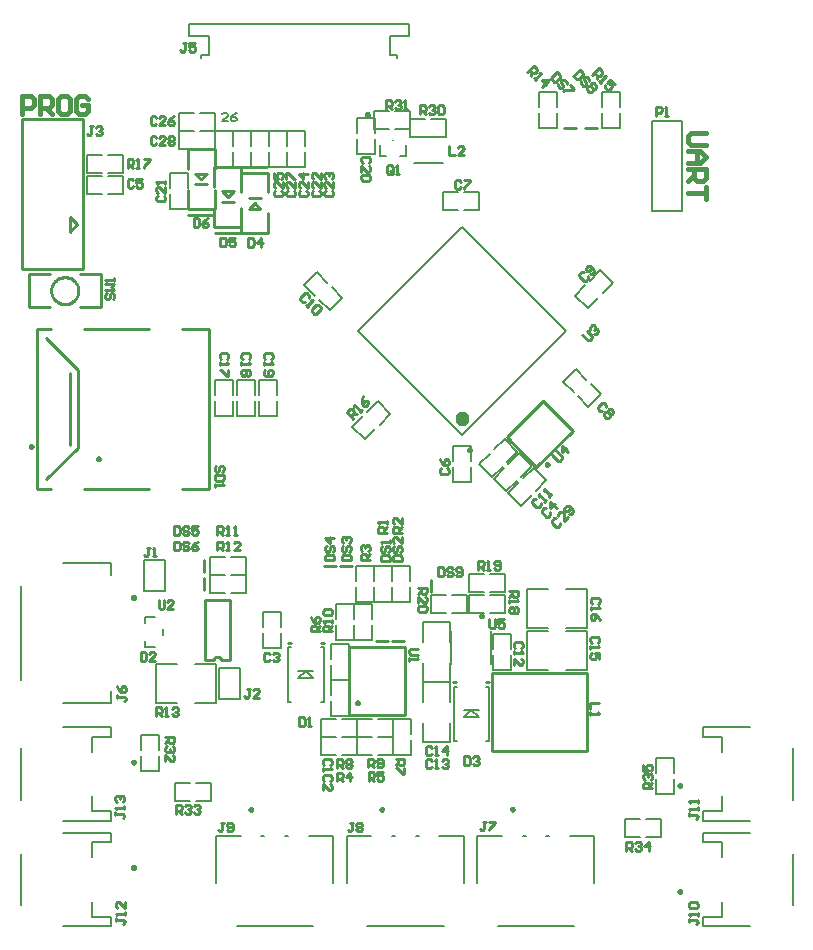
<source format=gto>
%FSTAX23Y23*%
%MOIN*%
%SFA1B1*%

%IPPOS*%
%ADD10C,0.009843*%
%ADD11C,0.023622*%
%ADD12C,0.010000*%
%ADD13C,0.007874*%
%ADD14C,0.008000*%
%ADD15C,0.015000*%
%ADD16C,0.005000*%
%LNstrwl-p01-v01-1*%
%LPD*%
G54D10*
X0173Y01785D02*
D01*
X0173Y01785*
X0173Y01785*
X0173Y01786*
X0173Y01786*
X0173Y01786*
X0173Y01787*
X0173Y01787*
X01729Y01787*
X01729Y01788*
X01729Y01788*
X01729Y01788*
X01728Y01788*
X01728Y01789*
X01728Y01789*
X01728Y01789*
X01727Y01789*
X01727Y01789*
X01727Y01789*
X01726Y0179*
X01726Y0179*
X01726Y0179*
X01725Y0179*
X01725*
X01725Y0179*
X01724Y0179*
X01724Y0179*
X01724Y01789*
X01723Y01789*
X01723Y01789*
X01723Y01789*
X01722Y01789*
X01722Y01789*
X01722Y01788*
X01722Y01788*
X01721Y01788*
X01721Y01788*
X01721Y01787*
X01721Y01787*
X01721Y01787*
X01721Y01786*
X0172Y01786*
X0172Y01786*
X0172Y01785*
X0172Y01785*
X0172Y01785*
X0172Y01784*
X0172Y01784*
X0172Y01784*
X0172Y01783*
X01721Y01783*
X01721Y01783*
X01721Y01782*
X01721Y01782*
X01721Y01782*
X01721Y01782*
X01722Y01781*
X01722Y01781*
X01722Y01781*
X01722Y01781*
X01723Y01781*
X01723Y0178*
X01723Y0178*
X01724Y0178*
X01724Y0178*
X01724Y0178*
X01725Y0178*
X01725Y0178*
X01725*
X01726Y0178*
X01726Y0178*
X01726Y0178*
X01727Y0178*
X01727Y0178*
X01727Y0178*
X01728Y01781*
X01728Y01781*
X01728Y01781*
X01728Y01781*
X01729Y01781*
X01729Y01782*
X01729Y01782*
X01729Y01782*
X0173Y01782*
X0173Y01783*
X0173Y01783*
X0173Y01783*
X0173Y01784*
X0173Y01784*
X0173Y01784*
X0173Y01785*
X00611Y00392D02*
D01*
X00611Y00392*
X00611Y00393*
X00611Y00393*
X00611Y00393*
X00611Y00394*
X00611Y00394*
X00611Y00394*
X00611Y00394*
X0061Y00395*
X0061Y00395*
X0061Y00395*
X0061Y00396*
X00609Y00396*
X00609Y00396*
X00609Y00396*
X00609Y00396*
X00608Y00396*
X00608Y00397*
X00608Y00397*
X00607Y00397*
X00607Y00397*
X00607Y00397*
X00606*
X00606Y00397*
X00606Y00397*
X00605Y00397*
X00605Y00397*
X00605Y00396*
X00604Y00396*
X00604Y00396*
X00604Y00396*
X00603Y00396*
X00603Y00396*
X00603Y00395*
X00603Y00395*
X00602Y00395*
X00602Y00394*
X00602Y00394*
X00602Y00394*
X00602Y00394*
X00602Y00393*
X00602Y00393*
X00602Y00393*
X00602Y00392*
X00602Y00392*
X00602Y00392*
X00602Y00391*
X00602Y00391*
X00602Y0039*
X00602Y0039*
X00602Y0039*
X00602Y0039*
X00602Y00389*
X00602Y00389*
X00603Y00389*
X00603Y00388*
X00603Y00388*
X00603Y00388*
X00604Y00388*
X00604Y00388*
X00604Y00387*
X00605Y00387*
X00605Y00387*
X00605Y00387*
X00606Y00387*
X00606Y00387*
X00606Y00387*
X00607*
X00607Y00387*
X00607Y00387*
X00608Y00387*
X00608Y00387*
X00608Y00387*
X00609Y00387*
X00609Y00388*
X00609Y00388*
X00609Y00388*
X0061Y00388*
X0061Y00388*
X0061Y00389*
X0061Y00389*
X00611Y00389*
X00611Y0039*
X00611Y0039*
X00611Y0039*
X00611Y0039*
X00611Y00391*
X00611Y00391*
X00611Y00392*
X00611Y00392*
X01773Y01231D02*
D01*
X01773Y01231*
X01773Y01232*
X01773Y01232*
X01773Y01232*
X01773Y01233*
X01772Y01233*
X01772Y01233*
X01772Y01233*
X01772Y01234*
X01772Y01234*
X01772Y01234*
X01771Y01234*
X01771Y01235*
X01771Y01235*
X0177Y01235*
X0177Y01235*
X0177Y01235*
X01769Y01236*
X01769Y01236*
X01769Y01236*
X01768Y01236*
X01768Y01236*
X01768*
X01767Y01236*
X01767Y01236*
X01767Y01236*
X01766Y01236*
X01766Y01235*
X01766Y01235*
X01766Y01235*
X01765Y01235*
X01765Y01235*
X01765Y01234*
X01764Y01234*
X01764Y01234*
X01764Y01234*
X01764Y01233*
X01764Y01233*
X01763Y01233*
X01763Y01233*
X01763Y01232*
X01763Y01232*
X01763Y01232*
X01763Y01231*
X01763Y01231*
X01763Y0123*
X01763Y0123*
X01763Y0123*
X01763Y01229*
X01763Y01229*
X01763Y01229*
X01764Y01229*
X01764Y01228*
X01764Y01228*
X01764Y01228*
X01764Y01227*
X01765Y01227*
X01765Y01227*
X01765Y01227*
X01766Y01227*
X01766Y01226*
X01766Y01226*
X01766Y01226*
X01767Y01226*
X01767Y01226*
X01767Y01226*
X01768Y01226*
X01768*
X01768Y01226*
X01769Y01226*
X01769Y01226*
X01769Y01226*
X0177Y01226*
X0177Y01226*
X0177Y01227*
X01771Y01227*
X01771Y01227*
X01771Y01227*
X01772Y01227*
X01772Y01228*
X01772Y01228*
X01772Y01228*
X01772Y01229*
X01772Y01229*
X01773Y01229*
X01773Y01229*
X01773Y0123*
X01773Y0123*
X01773Y0123*
X01773Y01231*
X02433Y00665D02*
D01*
X02433Y00665*
X02433Y00666*
X02433Y00666*
X02433Y00666*
X02433Y00667*
X02433Y00667*
X02432Y00667*
X02432Y00668*
X02432Y00668*
X02432Y00668*
X02432Y00669*
X02431Y00669*
X02431Y00669*
X02431Y00669*
X02431Y00669*
X0243Y0067*
X0243Y0067*
X0243Y0067*
X02429Y0067*
X02429Y0067*
X02429Y0067*
X02428Y0067*
X02428*
X02428Y0067*
X02427Y0067*
X02427Y0067*
X02427Y0067*
X02426Y0067*
X02426Y0067*
X02426Y00669*
X02425Y00669*
X02425Y00669*
X02425Y00669*
X02425Y00669*
X02424Y00668*
X02424Y00668*
X02424Y00668*
X02424Y00667*
X02424Y00667*
X02423Y00667*
X02423Y00666*
X02423Y00666*
X02423Y00666*
X02423Y00665*
X02423Y00665*
X02423Y00665*
X02423Y00664*
X02423Y00664*
X02423Y00664*
X02423Y00663*
X02424Y00663*
X02424Y00663*
X02424Y00663*
X02424Y00662*
X02424Y00662*
X02425Y00662*
X02425Y00661*
X02425Y00661*
X02425Y00661*
X02426Y00661*
X02426Y00661*
X02426Y00661*
X02427Y0066*
X02427Y0066*
X02427Y0066*
X02428Y0066*
X02428Y0066*
X02428*
X02429Y0066*
X02429Y0066*
X02429Y0066*
X0243Y0066*
X0243Y00661*
X0243Y00661*
X02431Y00661*
X02431Y00661*
X02431Y00661*
X02431Y00661*
X02432Y00662*
X02432Y00662*
X02432Y00662*
X02432Y00663*
X02432Y00663*
X02433Y00663*
X02433Y00663*
X02433Y00664*
X02433Y00664*
X02433Y00664*
X02433Y00665*
X02433Y00665*
X01358Y00941D02*
D01*
X01358Y00941*
X01358Y00942*
X01358Y00942*
X01358Y00942*
X01358Y00943*
X01358Y00943*
X01358Y00943*
X01357Y00944*
X01357Y00944*
X01357Y00944*
X01357Y00944*
X01357Y00945*
X01356Y00945*
X01356Y00945*
X01356Y00945*
X01355Y00945*
X01355Y00945*
X01355Y00946*
X01354Y00946*
X01354Y00946*
X01354Y00946*
X01353Y00946*
X01353*
X01353Y00946*
X01352Y00946*
X01352Y00946*
X01352Y00946*
X01351Y00945*
X01351Y00945*
X01351Y00945*
X0135Y00945*
X0135Y00945*
X0135Y00945*
X0135Y00944*
X01349Y00944*
X01349Y00944*
X01349Y00944*
X01349Y00943*
X01349Y00943*
X01349Y00943*
X01349Y00942*
X01348Y00942*
X01348Y00942*
X01348Y00941*
X01348Y00941*
X01348Y00941*
X01348Y0094*
X01348Y0094*
X01349Y0094*
X01349Y00939*
X01349Y00939*
X01349Y00939*
X01349Y00938*
X01349Y00938*
X01349Y00938*
X0135Y00937*
X0135Y00937*
X0135Y00937*
X0135Y00937*
X01351Y00937*
X01351Y00936*
X01351Y00936*
X01352Y00936*
X01352Y00936*
X01352Y00936*
X01353Y00936*
X01353Y00936*
X01353*
X01354Y00936*
X01354Y00936*
X01354Y00936*
X01355Y00936*
X01355Y00936*
X01355Y00936*
X01356Y00937*
X01356Y00937*
X01356Y00937*
X01357Y00937*
X01357Y00937*
X01357Y00938*
X01357Y00938*
X01357Y00938*
X01358Y00939*
X01358Y00939*
X01358Y00939*
X01358Y0094*
X01358Y0094*
X01358Y0094*
X01358Y00941*
X01358Y00941*
X0027Y01796D02*
D01*
X0027Y01796*
X0027Y01796*
X0027Y01797*
X00269Y01797*
X00269Y01797*
X00269Y01798*
X00269Y01798*
X00269Y01798*
X00269Y01798*
X00269Y01799*
X00268Y01799*
X00268Y01799*
X00268Y01799*
X00268Y018*
X00267Y018*
X00267Y018*
X00267Y018*
X00266Y018*
X00266Y018*
X00266Y018*
X00265Y018*
X00265Y018*
X00265*
X00264Y018*
X00264Y018*
X00264Y018*
X00263Y018*
X00263Y018*
X00263Y018*
X00262Y018*
X00262Y018*
X00262Y01799*
X00261Y01799*
X00261Y01799*
X00261Y01799*
X00261Y01798*
X00261Y01798*
X0026Y01798*
X0026Y01798*
X0026Y01797*
X0026Y01797*
X0026Y01797*
X0026Y01796*
X0026Y01796*
X0026Y01796*
X0026Y01795*
X0026Y01795*
X0026Y01794*
X0026Y01794*
X0026Y01794*
X0026Y01793*
X0026Y01793*
X00261Y01793*
X00261Y01793*
X00261Y01792*
X00261Y01792*
X00261Y01792*
X00262Y01792*
X00262Y01791*
X00262Y01791*
X00263Y01791*
X00263Y01791*
X00263Y01791*
X00264Y01791*
X00264Y01791*
X00264Y01791*
X00265Y01791*
X00265*
X00265Y01791*
X00266Y01791*
X00266Y01791*
X00266Y01791*
X00267Y01791*
X00267Y01791*
X00267Y01791*
X00268Y01791*
X00268Y01792*
X00268Y01792*
X00268Y01792*
X00269Y01792*
X00269Y01793*
X00269Y01793*
X00269Y01793*
X00269Y01793*
X00269Y01794*
X00269Y01794*
X0027Y01794*
X0027Y01795*
X0027Y01795*
X0027Y01796*
X00495Y01756D02*
D01*
X00495Y01756*
X00495Y01756*
X00495Y01757*
X00494Y01757*
X00494Y01757*
X00494Y01758*
X00494Y01758*
X00494Y01758*
X00494Y01758*
X00494Y01759*
X00493Y01759*
X00493Y01759*
X00493Y01759*
X00493Y0176*
X00492Y0176*
X00492Y0176*
X00492Y0176*
X00491Y0176*
X00491Y0176*
X00491Y0176*
X0049Y0176*
X0049Y0176*
X0049*
X00489Y0176*
X00489Y0176*
X00489Y0176*
X00488Y0176*
X00488Y0176*
X00488Y0176*
X00487Y0176*
X00487Y0176*
X00487Y01759*
X00486Y01759*
X00486Y01759*
X00486Y01759*
X00486Y01758*
X00486Y01758*
X00485Y01758*
X00485Y01758*
X00485Y01757*
X00485Y01757*
X00485Y01757*
X00485Y01756*
X00485Y01756*
X00485Y01756*
X00485Y01755*
X00485Y01755*
X00485Y01754*
X00485Y01754*
X00485Y01754*
X00485Y01753*
X00485Y01753*
X00486Y01753*
X00486Y01753*
X00486Y01752*
X00486Y01752*
X00486Y01752*
X00487Y01752*
X00487Y01751*
X00487Y01751*
X00488Y01751*
X00488Y01751*
X00488Y01751*
X00489Y01751*
X00489Y01751*
X00489Y01751*
X0049Y01751*
X0049*
X0049Y01751*
X00491Y01751*
X00491Y01751*
X00491Y01751*
X00492Y01751*
X00492Y01751*
X00492Y01751*
X00493Y01751*
X00493Y01752*
X00493Y01752*
X00493Y01752*
X00494Y01752*
X00494Y01753*
X00494Y01753*
X00494Y01753*
X00494Y01753*
X00494Y01754*
X00494Y01754*
X00495Y01754*
X00495Y01755*
X00495Y01755*
X00495Y01756*
X02433Y00313D02*
D01*
X02433Y00313*
X02433Y00314*
X02433Y00314*
X02433Y00314*
X02433Y00315*
X02433Y00315*
X02432Y00315*
X02432Y00316*
X02432Y00316*
X02432Y00316*
X02432Y00317*
X02431Y00317*
X02431Y00317*
X02431Y00317*
X02431Y00317*
X0243Y00318*
X0243Y00318*
X0243Y00318*
X02429Y00318*
X02429Y00318*
X02429Y00318*
X02428Y00318*
X02428*
X02428Y00318*
X02427Y00318*
X02427Y00318*
X02427Y00318*
X02426Y00318*
X02426Y00318*
X02426Y00317*
X02425Y00317*
X02425Y00317*
X02425Y00317*
X02425Y00317*
X02424Y00316*
X02424Y00316*
X02424Y00316*
X02424Y00315*
X02424Y00315*
X02423Y00315*
X02423Y00314*
X02423Y00314*
X02423Y00314*
X02423Y00313*
X02423Y00313*
X02423Y00313*
X02423Y00312*
X02423Y00312*
X02423Y00312*
X02423Y00311*
X02424Y00311*
X02424Y00311*
X02424Y00311*
X02424Y0031*
X02424Y0031*
X02425Y0031*
X02425Y00309*
X02425Y00309*
X02425Y00309*
X02426Y00309*
X02426Y00309*
X02426Y00309*
X02427Y00308*
X02427Y00308*
X02427Y00308*
X02428Y00308*
X02428Y00308*
X02428*
X02429Y00308*
X02429Y00308*
X02429Y00308*
X0243Y00308*
X0243Y00309*
X0243Y00309*
X02431Y00309*
X02431Y00309*
X02431Y00309*
X02431Y00309*
X02432Y0031*
X02432Y0031*
X02432Y0031*
X02432Y00311*
X02432Y00311*
X02433Y00311*
X02433Y00311*
X02433Y00312*
X02433Y00312*
X02433Y00312*
X02433Y00313*
X02433Y00313*
X01391Y02902D02*
D01*
X01391Y02903*
X01391Y02903*
X01391Y02903*
X01391Y02904*
X01391Y02904*
X0139Y02904*
X0139Y02905*
X0139Y02905*
X0139Y02905*
X0139Y02905*
X01389Y02906*
X01389Y02906*
X01389Y02906*
X01389Y02906*
X01388Y02907*
X01388Y02907*
X01388Y02907*
X01387Y02907*
X01387Y02907*
X01387Y02907*
X01386Y02907*
X01386Y02907*
X01386*
X01385Y02907*
X01385Y02907*
X01385Y02907*
X01384Y02907*
X01384Y02907*
X01384Y02907*
X01383Y02907*
X01383Y02906*
X01383Y02906*
X01383Y02906*
X01382Y02906*
X01382Y02905*
X01382Y02905*
X01382Y02905*
X01382Y02905*
X01381Y02904*
X01381Y02904*
X01381Y02904*
X01381Y02903*
X01381Y02903*
X01381Y02903*
X01381Y02902*
X01381Y02902*
X01381Y02902*
X01381Y02901*
X01381Y02901*
X01381Y02901*
X01381Y029*
X01382Y029*
X01382Y029*
X01382Y02899*
X01382Y02899*
X01382Y02899*
X01383Y02899*
X01383Y02898*
X01383Y02898*
X01383Y02898*
X01384Y02898*
X01384Y02898*
X01384Y02898*
X01385Y02898*
X01385Y02897*
X01385Y02897*
X01386Y02897*
X01386*
X01386Y02897*
X01387Y02897*
X01387Y02898*
X01387Y02898*
X01388Y02898*
X01388Y02898*
X01388Y02898*
X01389Y02898*
X01389Y02898*
X01389Y02899*
X01389Y02899*
X0139Y02899*
X0139Y02899*
X0139Y029*
X0139Y029*
X0139Y029*
X01391Y02901*
X01391Y02901*
X01391Y02901*
X01391Y02902*
X01391Y02902*
X01391Y02902*
X00611Y01293D02*
D01*
X00611Y01293*
X00611Y01293*
X00611Y01294*
X00611Y01294*
X00611Y01294*
X00611Y01295*
X00611Y01295*
X00611Y01295*
X0061Y01296*
X0061Y01296*
X0061Y01296*
X0061Y01296*
X00609Y01297*
X00609Y01297*
X00609Y01297*
X00609Y01297*
X00608Y01297*
X00608Y01297*
X00608Y01297*
X00607Y01298*
X00607Y01298*
X00607Y01298*
X00606*
X00606Y01298*
X00606Y01298*
X00605Y01297*
X00605Y01297*
X00605Y01297*
X00604Y01297*
X00604Y01297*
X00604Y01297*
X00603Y01297*
X00603Y01296*
X00603Y01296*
X00603Y01296*
X00602Y01296*
X00602Y01295*
X00602Y01295*
X00602Y01295*
X00602Y01294*
X00602Y01294*
X00602Y01294*
X00602Y01293*
X00601Y01293*
X00601Y01293*
X00601Y01292*
X00602Y01292*
X00602Y01292*
X00602Y01291*
X00602Y01291*
X00602Y01291*
X00602Y0129*
X00602Y0129*
X00602Y0129*
X00603Y01289*
X00603Y01289*
X00603Y01289*
X00603Y01289*
X00604Y01289*
X00604Y01288*
X00604Y01288*
X00605Y01288*
X00605Y01288*
X00605Y01288*
X00606Y01288*
X00606Y01288*
X00606Y01288*
X00607*
X00607Y01288*
X00607Y01288*
X00608Y01288*
X00608Y01288*
X00608Y01288*
X00609Y01288*
X00609Y01288*
X00609Y01289*
X00609Y01289*
X0061Y01289*
X0061Y01289*
X0061Y01289*
X0061Y0129*
X00611Y0129*
X00611Y0129*
X00611Y01291*
X00611Y01291*
X00611Y01291*
X00611Y01292*
X00611Y01292*
X00611Y01292*
X00611Y01293*
X01874Y00587D02*
D01*
X01874Y00587*
X01874Y00587*
X01874Y00588*
X01874Y00588*
X01874Y00588*
X01874Y00589*
X01874Y00589*
X01874Y00589*
X01873Y0059*
X01873Y0059*
X01873Y0059*
X01873Y0059*
X01873Y00591*
X01872Y00591*
X01872Y00591*
X01872Y00591*
X01871Y00591*
X01871Y00591*
X01871Y00591*
X0187Y00592*
X0187Y00592*
X0187Y00592*
X01869*
X01869Y00592*
X01869Y00592*
X01868Y00591*
X01868Y00591*
X01868Y00591*
X01867Y00591*
X01867Y00591*
X01867Y00591*
X01866Y00591*
X01866Y0059*
X01866Y0059*
X01866Y0059*
X01866Y0059*
X01865Y00589*
X01865Y00589*
X01865Y00589*
X01865Y00588*
X01865Y00588*
X01865Y00588*
X01865Y00587*
X01865Y00587*
X01865Y00587*
X01865Y00586*
X01865Y00586*
X01865Y00586*
X01865Y00585*
X01865Y00585*
X01865Y00585*
X01865Y00584*
X01865Y00584*
X01866Y00584*
X01866Y00584*
X01866Y00583*
X01866Y00583*
X01866Y00583*
X01867Y00583*
X01867Y00582*
X01867Y00582*
X01868Y00582*
X01868Y00582*
X01868Y00582*
X01869Y00582*
X01869Y00582*
X01869Y00582*
X0187*
X0187Y00582*
X0187Y00582*
X01871Y00582*
X01871Y00582*
X01871Y00582*
X01872Y00582*
X01872Y00582*
X01872Y00583*
X01873Y00583*
X01873Y00583*
X01873Y00583*
X01873Y00584*
X01873Y00584*
X01874Y00584*
X01874Y00584*
X01874Y00585*
X01874Y00585*
X01874Y00585*
X01874Y00586*
X01874Y00586*
X01874Y00586*
X01874Y00587*
X01439D02*
D01*
X01439Y00587*
X01439Y00587*
X01439Y00588*
X01439Y00588*
X01438Y00588*
X01438Y00589*
X01438Y00589*
X01438Y00589*
X01438Y0059*
X01438Y0059*
X01437Y0059*
X01437Y0059*
X01437Y00591*
X01437Y00591*
X01436Y00591*
X01436Y00591*
X01436Y00591*
X01435Y00591*
X01435Y00591*
X01435Y00592*
X01434Y00592*
X01434Y00592*
X01434*
X01433Y00592*
X01433Y00592*
X01433Y00591*
X01432Y00591*
X01432Y00591*
X01432Y00591*
X01431Y00591*
X01431Y00591*
X01431Y00591*
X01431Y0059*
X0143Y0059*
X0143Y0059*
X0143Y0059*
X0143Y00589*
X01429Y00589*
X01429Y00589*
X01429Y00588*
X01429Y00588*
X01429Y00588*
X01429Y00587*
X01429Y00587*
X01429Y00587*
X01429Y00586*
X01429Y00586*
X01429Y00586*
X01429Y00585*
X01429Y00585*
X01429Y00585*
X01429Y00584*
X0143Y00584*
X0143Y00584*
X0143Y00584*
X0143Y00583*
X01431Y00583*
X01431Y00583*
X01431Y00583*
X01431Y00582*
X01432Y00582*
X01432Y00582*
X01432Y00582*
X01433Y00582*
X01433Y00582*
X01433Y00582*
X01434Y00582*
X01434*
X01434Y00582*
X01435Y00582*
X01435Y00582*
X01435Y00582*
X01436Y00582*
X01436Y00582*
X01436Y00582*
X01437Y00583*
X01437Y00583*
X01437Y00583*
X01437Y00583*
X01438Y00584*
X01438Y00584*
X01438Y00584*
X01438Y00584*
X01438Y00585*
X01438Y00585*
X01439Y00585*
X01439Y00586*
X01439Y00586*
X01439Y00586*
X01439Y00587*
X01003D02*
D01*
X01003Y00587*
X01003Y00587*
X01003Y00588*
X01003Y00588*
X01003Y00588*
X01003Y00589*
X01002Y00589*
X01002Y00589*
X01002Y0059*
X01002Y0059*
X01002Y0059*
X01001Y0059*
X01001Y00591*
X01001Y00591*
X01001Y00591*
X01Y00591*
X01Y00591*
X01Y00591*
X00999Y00591*
X00999Y00592*
X00999Y00592*
X00998Y00592*
X00998*
X00998Y00592*
X00997Y00592*
X00997Y00591*
X00997Y00591*
X00996Y00591*
X00996Y00591*
X00996Y00591*
X00995Y00591*
X00995Y00591*
X00995Y0059*
X00995Y0059*
X00994Y0059*
X00994Y0059*
X00994Y00589*
X00994Y00589*
X00994Y00589*
X00994Y00588*
X00993Y00588*
X00993Y00588*
X00993Y00587*
X00993Y00587*
X00993Y00587*
X00993Y00586*
X00993Y00586*
X00993Y00586*
X00993Y00585*
X00994Y00585*
X00994Y00585*
X00994Y00584*
X00994Y00584*
X00994Y00584*
X00994Y00584*
X00995Y00583*
X00995Y00583*
X00995Y00583*
X00995Y00583*
X00996Y00582*
X00996Y00582*
X00996Y00582*
X00997Y00582*
X00997Y00582*
X00997Y00582*
X00998Y00582*
X00998Y00582*
X00998*
X00999Y00582*
X00999Y00582*
X00999Y00582*
X01Y00582*
X01Y00582*
X01Y00582*
X01001Y00582*
X01001Y00583*
X01001Y00583*
X01001Y00583*
X01002Y00583*
X01002Y00584*
X01002Y00584*
X01002Y00584*
X01002Y00584*
X01003Y00585*
X01003Y00585*
X01003Y00585*
X01003Y00586*
X01003Y00586*
X01003Y00586*
X01003Y00587*
X00611Y00744D02*
D01*
X00611Y00744*
X00611Y00745*
X00611Y00745*
X00611Y00745*
X00611Y00746*
X00611Y00746*
X00611Y00746*
X00611Y00746*
X0061Y00747*
X0061Y00747*
X0061Y00747*
X0061Y00748*
X00609Y00748*
X00609Y00748*
X00609Y00748*
X00609Y00748*
X00608Y00748*
X00608Y00749*
X00608Y00749*
X00607Y00749*
X00607Y00749*
X00607Y00749*
X00606*
X00606Y00749*
X00606Y00749*
X00605Y00749*
X00605Y00749*
X00605Y00748*
X00604Y00748*
X00604Y00748*
X00604Y00748*
X00603Y00748*
X00603Y00748*
X00603Y00747*
X00603Y00747*
X00602Y00747*
X00602Y00746*
X00602Y00746*
X00602Y00746*
X00602Y00746*
X00602Y00745*
X00602Y00745*
X00602Y00745*
X00602Y00744*
X00602Y00744*
X00602Y00744*
X00602Y00743*
X00602Y00743*
X00602Y00743*
X00602Y00742*
X00602Y00742*
X00602Y00742*
X00602Y00741*
X00602Y00741*
X00603Y00741*
X00603Y0074*
X00603Y0074*
X00603Y0074*
X00604Y0074*
X00604Y0074*
X00604Y00739*
X00605Y00739*
X00605Y00739*
X00605Y00739*
X00606Y00739*
X00606Y00739*
X00606Y00739*
X00607*
X00607Y00739*
X00607Y00739*
X00608Y00739*
X00608Y00739*
X00608Y00739*
X00609Y00739*
X00609Y0074*
X00609Y0074*
X00609Y0074*
X0061Y0074*
X0061Y0074*
X0061Y00741*
X0061Y00741*
X00611Y00741*
X00611Y00742*
X00611Y00742*
X00611Y00742*
X00611Y00743*
X00611Y00743*
X00611Y00743*
X00611Y00744*
X00611Y00744*
G54D11*
X01713Y01889D02*
D01*
X01713Y0189*
X01713Y01891*
X01713Y01892*
X01713Y01892*
X01713Y01893*
X01712Y01894*
X01712Y01895*
X01712Y01895*
X01711Y01896*
X01711Y01897*
X0171Y01897*
X01709Y01898*
X01709Y01899*
X01708Y01899*
X01707Y01899*
X01707Y019*
X01706Y019*
X01705Y019*
X01704Y01901*
X01704Y01901*
X01703Y01901*
X01702Y01901*
X01701*
X017Y01901*
X01699Y01901*
X01699Y01901*
X01698Y019*
X01697Y019*
X01696Y019*
X01696Y01899*
X01695Y01899*
X01694Y01899*
X01694Y01898*
X01693Y01897*
X01692Y01897*
X01692Y01896*
X01691Y01895*
X01691Y01895*
X01691Y01894*
X0169Y01893*
X0169Y01892*
X0169Y01892*
X0169Y01891*
X0169Y0189*
X0169Y01889*
X0169Y01888*
X0169Y01888*
X0169Y01887*
X0169Y01886*
X0169Y01885*
X01691Y01884*
X01691Y01884*
X01691Y01883*
X01692Y01882*
X01692Y01882*
X01693Y01881*
X01694Y0188*
X01694Y0188*
X01695Y01879*
X01696Y01879*
X01696Y01879*
X01697Y01878*
X01698Y01878*
X01699Y01878*
X01699Y01878*
X017Y01877*
X01701Y01877*
X01702*
X01703Y01877*
X01704Y01878*
X01704Y01878*
X01705Y01878*
X01706Y01878*
X01707Y01879*
X01707Y01879*
X01708Y01879*
X01709Y0188*
X01709Y0188*
X0171Y01881*
X01711Y01882*
X01711Y01882*
X01712Y01883*
X01712Y01884*
X01712Y01884*
X01713Y01885*
X01713Y01886*
X01713Y01887*
X01713Y01888*
X01713Y01888*
X01713Y01889*
G54D12*
X00423Y02315D02*
D01*
X00423Y02319*
X00422Y02322*
X00422Y02325*
X00421Y02328*
X0042Y02331*
X00419Y02334*
X00417Y02337*
X00416Y02339*
X00414Y02342*
X00412Y02344*
X0041Y02347*
X00408Y02349*
X00405Y02351*
X00403Y02353*
X004Y02355*
X00397Y02356*
X00394Y02357*
X00391Y02358*
X00388Y02359*
X00385Y0236*
X00382Y0236*
X00379Y02361*
X00376*
X00373Y0236*
X0037Y0236*
X00367Y02359*
X00364Y02358*
X00361Y02357*
X00358Y02356*
X00355Y02355*
X00352Y02353*
X0035Y02351*
X00347Y02349*
X00345Y02347*
X00343Y02344*
X00341Y02342*
X00339Y02339*
X00338Y02337*
X00336Y02334*
X00335Y02331*
X00334Y02328*
X00333Y02325*
X00333Y02322*
X00332Y02319*
X00332Y02315*
X00332Y02312*
X00333Y02309*
X00333Y02306*
X00334Y02303*
X00335Y023*
X00336Y02297*
X00338Y02294*
X00339Y02291*
X00341Y02289*
X00343Y02286*
X00345Y02284*
X00347Y02282*
X0035Y0228*
X00352Y02278*
X00355Y02276*
X00358Y02275*
X00361Y02273*
X00364Y02272*
X00367Y02271*
X0037Y02271*
X00373Y0227*
X00376Y0227*
X00379*
X00382Y0227*
X00385Y02271*
X00388Y02271*
X00391Y02272*
X00394Y02273*
X00397Y02275*
X004Y02276*
X00403Y02278*
X00405Y0228*
X00408Y02282*
X0041Y02284*
X00412Y02286*
X00414Y02289*
X00416Y02291*
X00417Y02294*
X00419Y02297*
X0042Y023*
X00421Y02303*
X00422Y02306*
X00422Y02309*
X00423Y02312*
X00423Y02315*
X00899Y01083D02*
D01*
X00899Y01083*
X00899Y01084*
X00899Y01085*
X00898Y01086*
X00898Y01087*
X00898Y01088*
X00898Y01088*
X00897Y01089*
X00897Y0109*
X00896Y01091*
X00895Y01091*
X00895Y01092*
X00894Y01092*
X00893Y01093*
X00893Y01093*
X00892Y01094*
X00891Y01094*
X0089Y01094*
X0089Y01095*
X00889Y01095*
X00888Y01095*
X00887Y01095*
X00886*
X00885Y01095*
X00884Y01095*
X00883Y01095*
X00883Y01094*
X00882Y01094*
X00881Y01094*
X0088Y01093*
X00879Y01093*
X00879Y01092*
X00878Y01092*
X00877Y01091*
X00877Y01091*
X00876Y0109*
X00876Y01089*
X00875Y01088*
X00875Y01088*
X00875Y01087*
X00874Y01086*
X00874Y01085*
X00874Y01084*
X00874Y01083*
X00874Y01083*
X0199Y01736D02*
D01*
X0199Y01736*
X0199Y01737*
X0199Y01737*
X01989Y01737*
X01989Y01738*
X01989Y01738*
X01989Y01738*
X01989Y01739*
X01989Y01739*
X01989Y01739*
X01988Y0174*
X01988Y0174*
X01988Y0174*
X01987Y0174*
X01987Y0174*
X01987Y01741*
X01987Y01741*
X01986Y01741*
X01986Y01741*
X01986Y01741*
X01985Y01741*
X01985Y01741*
X01985*
X01984Y01741*
X01984Y01741*
X01983Y01741*
X01983Y01741*
X01983Y01741*
X01983Y01741*
X01982Y0174*
X01982Y0174*
X01982Y0174*
X01981Y0174*
X01981Y0174*
X01981Y01739*
X01981Y01739*
X0198Y01739*
X0198Y01738*
X0198Y01738*
X0198Y01738*
X0198Y01737*
X0198Y01737*
X0198Y01737*
X0198Y01736*
X0198Y01736*
X0198Y01736*
X0198Y01735*
X0198Y01735*
X0198Y01735*
X0198Y01734*
X0198Y01734*
X0198Y01734*
X0198Y01733*
X01981Y01733*
X01981Y01733*
X01981Y01733*
X01981Y01732*
X01982Y01732*
X01982Y01732*
X01982Y01732*
X01983Y01732*
X01983Y01731*
X01983Y01731*
X01983Y01731*
X01984Y01731*
X01984Y01731*
X01985Y01731*
X01985*
X01985Y01731*
X01986Y01731*
X01986Y01731*
X01986Y01731*
X01987Y01731*
X01987Y01732*
X01987Y01732*
X01987Y01732*
X01988Y01732*
X01988Y01732*
X01988Y01733*
X01989Y01733*
X01989Y01733*
X01989Y01733*
X01989Y01734*
X01989Y01734*
X01989Y01734*
X01989Y01735*
X0199Y01735*
X0199Y01735*
X0199Y01736*
X0199Y01736*
X00234Y02386D02*
X00439D01*
Y02886*
X00234D02*
X00439D01*
X00234Y02386D02*
Y02886D01*
X00394Y02561D02*
X00419Y02536D01*
X00394Y02511D02*
X00419Y02536D01*
X00394Y02511D02*
Y02561D01*
X01802Y00781D02*
Y01041D01*
X02117*
Y00781D02*
Y01041D01*
X01802Y00781D02*
X02117D01*
X01673Y0101D02*
X01683D01*
X01783D02*
X01793D01*
X01599Y01311D02*
Y01351D01*
X01121Y01141D02*
X01131D01*
X01231D02*
X01241D01*
X00498Y0226D02*
Y0237D01*
X00428D02*
X00498D01*
X00428Y0226D02*
X00498D01*
X00258Y0237D02*
X00328D01*
X00258Y0226D02*
Y0237D01*
Y0226D02*
X00328D01*
X00899Y01083D02*
X00927D01*
X00846D02*
X00874D01*
X00846D02*
Y01283D01*
X00927*
Y01083D02*
Y01283D01*
X0211Y02857D02*
X0215D01*
X0204D02*
X0208D01*
X01326Y00902D02*
X01513D01*
X01326Y01128D02*
X01513D01*
X01326Y00902D02*
Y01128D01*
X01513Y00902D02*
Y01128D01*
X00842Y01316D02*
Y01356D01*
X00395Y01801D02*
Y02041D01*
X00315Y02156D02*
X0042Y02051D01*
Y01791D02*
Y02051D01*
X00315Y01686D02*
X0042Y01791D01*
X00768Y01653D02*
X00857D01*
X00286D02*
Y02188D01*
X00857Y01653D02*
Y02188D01*
X00441D02*
X00658D01*
X00286Y01653D02*
X00331D01*
X00286Y02188D02*
X00331D01*
X00441Y01653D02*
X00658D01*
X00768Y02188D02*
X00857D01*
X01949Y01729D02*
X0207Y01849D01*
X01971Y01948D02*
X0207Y01849D01*
X0185Y01828D02*
X01971Y01948D01*
X0185Y01828D02*
X01949Y01729D01*
X00842Y01377D02*
Y01417D01*
X00965Y02643D02*
Y02708D01*
X01055*
Y02643D02*
Y02708D01*
Y02508D02*
Y02573D01*
X0099Y02624D02*
X0103D01*
X0099Y02589D02*
X0101Y02609D01*
X0099Y02589D02*
X01029D01*
X0101Y02609D02*
X01029Y02589D01*
X00965Y02508D02*
Y02573D01*
Y02508D02*
X01055D01*
X00967Y02726D02*
X01053D01*
X00965Y02527D02*
Y02592D01*
X00875Y02527D02*
X00965D01*
X00875D02*
Y02592D01*
Y02662D02*
Y02727D01*
X009Y02611D02*
X0094D01*
X0092Y02626D02*
X0094Y02646D01*
X00901D02*
X0094D01*
X00901D02*
X0092Y02626D01*
X00965Y02662D02*
Y02727D01*
X00875D02*
X00965D01*
X00877Y02509D02*
X00963D01*
X00877Y02587D02*
Y02652D01*
X00787Y02587D02*
X00877D01*
X00787D02*
Y02652D01*
Y02722D02*
Y02787D01*
X00812Y02671D02*
X00851D01*
X00832Y02686D02*
X00852Y02705D01*
X00812D02*
X00852D01*
X00812D02*
X00832Y02686D01*
X00877Y02722D02*
Y02787D01*
X00787D02*
X00877D01*
X00788Y02568D02*
X00875D01*
X01416Y01149D02*
X01456D01*
X01469D02*
X01509D01*
X01295Y01396D02*
X01335D01*
X0124D02*
X0128D01*
X02183Y01927D02*
Y01935D01*
X02176Y01942*
X02169*
X02155Y01927*
Y0192*
X02162Y01913*
X02169*
X0219Y0192D02*
X02197D01*
X02204Y01913*
Y01906*
X02201Y01903*
X02194*
Y01896*
X0219Y01892*
X02183*
X02176Y01899*
Y01906*
X02179Y0191*
X02187*
Y01917*
X0219Y0192*
X02187Y0191D02*
X02194Y01903D01*
X0069Y01284D02*
Y0126D01*
X00695Y01255*
X00704*
X00709Y0126*
Y01284*
X00739Y01255D02*
X00719D01*
X00739Y01274*
Y01279*
X00734Y01284*
X00724*
X00719Y01279*
X02015Y01556D02*
X02008D01*
X02001Y01549*
Y01542*
X02015Y01528*
X02022*
X02029Y01535*
Y01542*
X02054Y0156D02*
X0204Y01546D01*
Y01574*
X02036Y01578*
X02029*
X02022Y0157*
Y01563*
X02057Y0157D02*
X02064D01*
X02072Y01578*
Y01585*
X02057Y01599*
X0205*
X02043Y01592*
Y01585*
X02047Y01581*
X02054*
X02064Y01592*
X01269Y0118D02*
X01239D01*
Y01194*
X01244Y01199*
X01254*
X01259Y01194*
Y0118*
Y01189D02*
X01269Y01199D01*
Y01209D02*
Y01219D01*
Y01214*
X01239*
X01244Y01209*
Y01234D02*
X01239Y01239D01*
Y01249*
X01244Y01254*
X01264*
X01269Y01249*
Y01239*
X01264Y01234*
X01244*
X00886Y01501D02*
Y0153D01*
X009*
X00905Y01525*
Y01515*
X009Y0151*
X00886*
X00895D02*
X00905Y01501D01*
X00915D02*
X00925D01*
X0092*
Y0153*
X00915Y01525*
X0094Y01501D02*
X0095D01*
X00945*
Y0153*
X0094Y01525*
X00741Y0153D02*
Y01501D01*
X00755*
X0076Y01506*
Y01525*
X00755Y0153*
X00741*
X0079Y01525D02*
X00785Y0153D01*
X00775*
X0077Y01525*
Y0152*
X00775Y01515*
X00785*
X0079Y0151*
Y01506*
X00785Y01501*
X00775*
X0077Y01506*
X0082Y0153D02*
X008D01*
Y01515*
X0081Y0152*
X00815*
X0082Y01515*
Y01506*
X00815Y01501*
X00805*
X008Y01506*
X02457Y00222D02*
Y00212D01*
Y00217*
X02482*
X02487Y00212*
Y00208*
X02482Y00203*
X02487Y00232D02*
Y00242D01*
Y00237*
X02457*
X02462Y00232*
Y00257D02*
X02457Y00262D01*
Y00272*
X02462Y00277*
X02482*
X02487Y00272*
Y00262*
X02482Y00257*
X02462*
X01066Y02087D02*
X01071Y02092D01*
Y02102*
X01066Y02107*
X01046*
X01041Y02102*
Y02092*
X01046Y02087*
X01041Y02077D02*
Y02067D01*
Y02072*
X01071*
X01066Y02077*
X01046Y02052D02*
X01041Y02047D01*
Y02037*
X01046Y02032*
X01066*
X01071Y02037*
Y02047*
X01066Y02052*
X01061*
X01056Y02047*
Y02032*
X0099Y02087D02*
X00995Y02092D01*
Y02102*
X0099Y02107*
X00971*
X00966Y02102*
Y02092*
X00971Y02087*
X00966Y02077D02*
Y02067D01*
Y02072*
X00995*
X0099Y02077*
Y02052D02*
X00995Y02047D01*
Y02037*
X0099Y02032*
X00986*
X00981Y02037*
X00976Y02032*
X00971*
X00966Y02037*
Y02047*
X00971Y02052*
X00976*
X00981Y02047*
X00986Y02052*
X0099*
X00981Y02047D02*
Y02037D01*
X00918Y02086D02*
X00923Y02091D01*
Y02101*
X00918Y02106*
X00899*
X00894Y02101*
Y02091*
X00899Y02086*
X00894Y02076D02*
Y02066D01*
Y02071*
X00923*
X00918Y02076*
X00923Y02051D02*
Y02031D01*
X00918*
X00899Y02051*
X00894*
X02103Y02168D02*
X0212Y0215D01*
X02128*
X02135Y02157*
Y02164*
X02117Y02182*
X02128Y02185D02*
Y02192D01*
X02135Y022*
X02142*
X02145Y02196*
Y02189*
X02142Y02185*
X02145Y02189*
X02152*
X02156Y02185*
Y02178*
X02149Y02171*
X02142*
X00517Y02307D02*
X00512Y02302D01*
Y02292*
X00517Y02287*
X00522*
X00527Y02292*
Y02302*
X00532Y02307*
X00537*
X00542Y02302*
Y02292*
X00537Y02287*
X00512Y02317D02*
X00542D01*
X00532Y02327*
X00542Y02337*
X00512*
X00542Y02347D02*
Y02357D01*
Y02352*
X00512*
X00517Y02347*
X00587Y02725D02*
Y02755D01*
X00601*
X00606Y0275*
Y0274*
X00601Y02735*
X00587*
X00596D02*
X00606Y02725D01*
X00616D02*
X00626D01*
X00621*
Y02755*
X00616Y0275*
X00641Y02755D02*
X00661D01*
Y0275*
X00641Y0273*
Y02725*
X01339Y01889D02*
X01318Y0191D01*
X01329Y01921*
X01336*
X01343Y01914*
Y01907*
X01332Y01896*
X01339Y01903D02*
X01353D01*
X0136Y0191D02*
X01367Y01917D01*
X01364Y01914*
X01343Y01935*
Y01928*
X01371Y01963D02*
X01367Y01953D01*
Y01938*
X01375Y01931*
X01382*
X01389Y01938*
Y01946*
X01385Y01949*
X01378*
X01367Y01938*
X02136Y03035D02*
X02158Y03056D01*
X02168Y03046*
X02168Y03038*
X02161Y03031*
X02154*
X02143Y03042*
X02151Y03035D02*
Y03021D01*
X02158Y03014D02*
X02165Y03007D01*
X02161Y0301*
X02182Y03031*
X02175*
X02211Y03003D02*
X02196Y03017D01*
X02186Y03007*
X02196Y03003*
X022Y03*
Y02993*
X02193Y02985*
X02186*
X02179Y02993*
Y03*
X01919Y03044D02*
X0194Y03065D01*
X01951Y03055*
Y03048*
X01944Y03041*
X01937*
X01926Y03051*
X01933Y03044D02*
Y0303D01*
X0194Y03023D02*
X01947Y03016D01*
X01944Y03019*
X01965Y03041*
X01958*
X01969Y02995D02*
X0199Y03016D01*
X01969*
X01983Y03002*
X02348Y02899D02*
Y02929D01*
X02363*
X02368Y02924*
Y02914*
X02363Y02909*
X02348*
X02378Y02899D02*
X02388D01*
X02383*
Y02929*
X02378Y02924*
X00471Y02863D02*
X00461D01*
X00466*
Y02838*
X00461Y02833*
X00456*
X00451Y02838*
X00481Y02858D02*
X00486Y02863D01*
X00496*
X00501Y02858*
Y02853*
X00496Y02848*
X00491*
X00496*
X00501Y02843*
Y02838*
X00496Y02833*
X00486*
X00481Y02838*
X02094Y03052D02*
X02073Y03031D01*
X02084Y0302*
X02091*
X02105Y03034*
Y03041*
X02094Y03052*
X02126Y03013D02*
X02126Y0302D01*
X02119Y03027*
X02112*
X02109Y03024*
Y03017*
X02116Y0301*
Y03003*
X02112Y02999*
X02105*
X02098Y03006*
Y03013*
X02133Y03006D02*
X0214D01*
X02147Y02999*
Y02992*
X02144Y02988*
X02137*
Y02981*
X02133Y02978*
X02126*
X02119Y02985*
Y02992*
X02123Y02996*
X0213*
Y03003*
X02133Y03006*
X0213Y02996D02*
X02137Y02988D01*
X02018Y03044D02*
X01997Y03023D01*
X02007Y03012*
X02014*
X02028Y03026*
Y03033*
X02018Y03044*
X0205Y03005D02*
Y03012D01*
X02043Y03019*
X02036*
X02032Y03016*
Y03008*
X02039Y03001*
Y02994*
X02036Y02991*
X02028*
X02021Y02998*
Y03005*
X0206Y03001D02*
X02074Y02987D01*
X02071Y02984*
X02043*
X02039Y0298*
X01949Y01622D02*
X01942D01*
X01935Y01615*
Y01608*
X01949Y01594*
X01957*
X01964Y01601*
Y01608*
X01974Y01612D02*
X01981Y01619D01*
X01978Y01615*
X01957Y01636*
Y01629*
X01992D02*
X01999Y01636D01*
X01995Y01633*
X01974Y01654*
Y01647*
X01191Y02292D02*
Y02299D01*
X01184Y02306*
X01177*
X01163Y02292*
Y02285*
X0117Y02278*
X01177*
X01181Y02267D02*
X01188Y0226D01*
X01184Y02264*
X01205Y02285*
X01198*
X01216Y02267D02*
X01223D01*
X0123Y0226*
Y02253*
X01216Y02239*
X01209*
X01202Y02246*
Y02253*
X01216Y02267*
X02107Y02377D02*
X021D01*
X02093Y0237*
Y02363*
X02107Y02349*
X02114*
X02121Y02356*
Y02363*
X02128Y0237D02*
X02135D01*
X02143Y02377*
Y02384*
X02128Y02399*
X02121*
X02114Y02391*
Y02384*
X02118Y02381*
X02125*
X02135Y02391*
X01697Y02679D02*
X01692Y02684D01*
X01683*
X01678Y02679*
Y0266*
X01683Y02655*
X01692*
X01697Y0266*
X01707Y02684D02*
X01727D01*
Y02679*
X01707Y0266*
Y02655*
X01633Y01723D02*
X01628Y01718D01*
Y01708*
X01633Y01703*
X01653*
X01658Y01708*
Y01718*
X01653Y01723*
X01628Y01753D02*
X01633Y01743D01*
X01643Y01733*
X01653*
X01658Y01738*
Y01748*
X01653Y01753*
X01648*
X01643Y01748*
Y01733*
X00606Y02683D02*
X00601Y02688D01*
X00592*
X00587Y02683*
Y02663*
X00592Y02658*
X00601*
X00606Y02663*
X00636Y02688D02*
X00616D01*
Y02673*
X00626Y02678*
X00631*
X00636Y02673*
Y02663*
X00631Y02658*
X00621*
X00616Y02663*
X01982Y0159D02*
X01975D01*
X01968Y01583*
Y01576*
X01982Y01562*
X01989*
X01996Y01569*
Y01576*
X02017Y0159D02*
X01996Y01612D01*
Y0159*
X0201Y01604*
X02002Y01767D02*
X0202Y01749D01*
X02027*
X02034Y01756*
Y01763*
X02016Y01781*
X02055Y01777D02*
X02034Y01799D01*
Y01777*
X02048Y01791*
X01792Y0122D02*
Y01195D01*
X01797Y0119*
X01807*
X01812Y01195*
Y0122*
X01842D02*
X01822D01*
Y01205*
X01832Y0121*
X01837*
X01842Y01205*
Y01195*
X01837Y0119*
X01827*
X01822Y01195*
X01555Y01121D02*
X0153D01*
X01525Y01116*
Y01106*
X0153Y01101*
X01555*
X01525Y01091D02*
Y01081D01*
Y01086*
X01555*
X0155Y01091*
X00902Y01711D02*
X00907Y01716D01*
Y01726*
X00902Y01731*
X00897*
X00892Y01726*
Y01716*
X00887Y01711*
X00882*
X00877Y01716*
Y01726*
X00882Y01731*
X00907Y01701D02*
X00877D01*
Y01686*
X00882Y01681*
X00902*
X00907Y01686*
Y01701*
X00877Y01671D02*
Y01661D01*
Y01666*
X00907*
X00902Y01671*
X02335Y00656D02*
X02305D01*
Y0067*
X0231Y00675*
X0232*
X02325Y0067*
Y00656*
Y00665D02*
X02335Y00675D01*
X0231Y00685D02*
X02305Y0069D01*
Y007*
X0231Y00705*
X02315*
X0232Y007*
Y00695*
Y007*
X02325Y00705*
X0233*
X02335Y007*
Y0069*
X0233Y00685*
X02305Y00735D02*
Y00715D01*
X0232*
X02315Y00725*
Y0073*
X0232Y00735*
X0233*
X02335Y0073*
Y0072*
X0233Y00715*
X02249Y00448D02*
Y00478D01*
X02264*
X02269Y00473*
Y00463*
X02264Y00458*
X02249*
X02259D02*
X02269Y00448D01*
X02279Y00473D02*
X02284Y00478D01*
X02294*
X02299Y00473*
Y00468*
X02294Y00463*
X02289*
X02294*
X02299Y00458*
Y00453*
X02294Y00448*
X02284*
X02279Y00453*
X02324Y00448D02*
Y00478D01*
X02309Y00463*
X02329*
X00748Y00571D02*
Y00601D01*
X00763*
X00768Y00596*
Y00586*
X00763Y00581*
X00748*
X00758D02*
X00768Y00571D01*
X00778Y00596D02*
X00783Y00601D01*
X00793*
X00798Y00596*
Y00591*
X00793Y00586*
X00788*
X00793*
X00798Y00581*
Y00576*
X00793Y00571*
X00783*
X00778Y00576*
X00808Y00596D02*
X00813Y00601D01*
X00823*
X00828Y00596*
Y00591*
X00823Y00586*
X00818*
X00823*
X00828Y00581*
Y00576*
X00823Y00571*
X00813*
X00808Y00576*
X00712Y00827D02*
X00742D01*
Y00812*
X00737Y00807*
X00727*
X00722Y00812*
Y00827*
Y00817D02*
X00712Y00807D01*
X00737Y00797D02*
X00742Y00792D01*
Y00782*
X00737Y00777*
X00732*
X00727Y00782*
Y00787*
Y00782*
X00722Y00777*
X00717*
X00712Y00782*
Y00792*
X00717Y00797*
X00712Y00747D02*
Y00767D01*
X00732Y00747*
X00737*
X00742Y00752*
Y00762*
X00737Y00767*
X01449Y0292D02*
Y0295D01*
X01463*
X01468Y02945*
Y02935*
X01463Y0293*
X01449*
X01458D02*
X01468Y0292D01*
X01478Y02945D02*
X01483Y0295D01*
X01493*
X01498Y02945*
Y0294*
X01493Y02935*
X01488*
X01493*
X01498Y0293*
Y02925*
X01493Y0292*
X01483*
X01478Y02925*
X01508Y0292D02*
X01518D01*
X01513*
Y0295*
X01508Y02945*
X01561Y02904D02*
Y02933D01*
X01576*
X01581Y02928*
Y02918*
X01576Y02913*
X01561*
X01571D02*
X01581Y02904D01*
X01591Y02928D02*
X01596Y02933D01*
X01606*
X01611Y02928*
Y02923*
X01606Y02918*
X01601*
X01606*
X01611Y02913*
Y02909*
X01606Y02904*
X01596*
X01591Y02909*
X01621Y02928D02*
X01626Y02933D01*
X01636*
X01641Y02928*
Y02909*
X01636Y02904*
X01626*
X01621Y02909*
Y02928*
X01554Y01325D02*
X01584D01*
Y0131*
X01579Y01305*
X01569*
X01564Y0131*
Y01325*
Y01315D02*
X01554Y01305D01*
Y01275D02*
Y01295D01*
X01574Y01275*
X01579*
X01584Y0128*
Y0129*
X01579Y01295*
Y01265D02*
X01584Y0126D01*
Y0125*
X01579Y01245*
X01559*
X01554Y0125*
Y0126*
X01559Y01265*
X01579*
X01754Y01385D02*
Y01415D01*
X01769*
X01774Y0141*
Y014*
X01769Y01395*
X01754*
X01764D02*
X01774Y01385D01*
X01784D02*
X01794D01*
X01789*
Y01415*
X01784Y0141*
X01809Y0139D02*
X01814Y01385D01*
X01824*
X01829Y0139*
Y0141*
X01824Y01415*
X01814*
X01809Y0141*
Y01405*
X01814Y014*
X01829*
X01859Y01315D02*
X01889D01*
Y013*
X01884Y01295*
X01874*
X01869Y013*
Y01315*
Y01305D02*
X01859Y01295D01*
Y01285D02*
Y01275D01*
Y0128*
X01889*
X01884Y01285*
Y0126D02*
X01889Y01255D01*
Y01245*
X01884Y0124*
X01879*
X01874Y01245*
X01869Y0124*
X01864*
X01859Y01245*
Y01255*
X01864Y0126*
X01869*
X01874Y01255*
X01879Y0126*
X01884*
X01874Y01255D02*
Y01245D01*
X00682Y00898D02*
Y00927D01*
X00696*
X00701Y00922*
Y00912*
X00696Y00907*
X00682*
X00691D02*
X00701Y00898D01*
X00711D02*
X00721D01*
X00716*
Y00927*
X00711Y00922*
X00736D02*
X00741Y00927D01*
X00751*
X00756Y00922*
Y00917*
X00751Y00912*
X00746*
X00751*
X00756Y00907*
Y00903*
X00751Y00898*
X00741*
X00736Y00903*
X00886Y0145D02*
Y01479D01*
X009*
X00905Y01474*
Y01464*
X009Y01459*
X00886*
X00895D02*
X00905Y0145D01*
X00915D02*
X00925D01*
X0092*
Y01479*
X00915Y01474*
X0096Y0145D02*
X0094D01*
X0096Y01469*
Y01474*
X00955Y01479*
X00945*
X0094Y01474*
X01389Y00726D02*
Y00755D01*
X01403*
X01408Y0075*
Y0074*
X01403Y00735*
X01389*
X01398D02*
X01408Y00726D01*
X01418Y00731D02*
X01423Y00726D01*
X01433*
X01438Y00731*
Y0075*
X01433Y00755*
X01423*
X01418Y0075*
Y00745*
X01423Y0074*
X01438*
X01284Y00725D02*
Y00754D01*
X01299*
X01304Y00749*
Y00739*
X01299Y00734*
X01284*
X01294D02*
X01304Y00725D01*
X01314Y00749D02*
X01319Y00754D01*
X01329*
X01334Y00749*
Y00744*
X01329Y00739*
X01334Y00734*
Y0073*
X01329Y00725*
X01319*
X01314Y0073*
Y00734*
X01319Y00739*
X01314Y00744*
Y00749*
X01319Y00739D02*
X01329D01*
X0148Y00754D02*
X01509D01*
Y00739*
X01504Y00734*
X01494*
X01489Y00739*
Y00754*
Y00744D02*
X0148Y00734D01*
X01509Y00724D02*
Y00704D01*
X01504*
X01485Y00724*
X0148*
X01227Y0118D02*
X01197D01*
Y01194*
X01202Y01199*
X01212*
X01217Y01194*
Y0118*
Y01189D02*
X01227Y01199D01*
X01197Y01229D02*
X01202Y01219D01*
X01212Y01209*
X01222*
X01227Y01214*
Y01224*
X01222Y01229*
X01217*
X01212Y01224*
Y01209*
X0139Y00682D02*
Y00711D01*
X01404*
X01409Y00706*
Y00696*
X01404Y00691*
X0139*
X01399D02*
X01409Y00682D01*
X01439Y00711D02*
X01419D01*
Y00696*
X01429Y00701*
X01434*
X01439Y00696*
Y00687*
X01434Y00682*
X01424*
X01419Y00687*
X01284Y0068D02*
Y00709D01*
X01299*
X01304Y00704*
Y00694*
X01299Y00689*
X01284*
X01294D02*
X01304Y0068D01*
X01329D02*
Y00709D01*
X01314Y00694*
X01334*
X01394Y01417D02*
X01364D01*
Y01431*
X01369Y01436*
X01379*
X01384Y01431*
Y01417*
Y01426D02*
X01394Y01436D01*
X01369Y01446D02*
X01364Y01451D01*
Y01461*
X01369Y01466*
X01374*
X01379Y01461*
Y01456*
Y01461*
X01384Y01466*
X01389*
X01394Y01461*
Y01451*
X01389Y01446*
X01501Y01508D02*
X01471D01*
Y01523*
X01476Y01528*
X01486*
X01491Y01523*
Y01508*
Y01518D02*
X01501Y01528D01*
Y01558D02*
Y01538D01*
X01481Y01558*
X01476*
X01471Y01553*
Y01543*
X01476Y01538*
X01451Y01509D02*
X01421D01*
Y01524*
X01426Y01529*
X01436*
X01441Y01524*
Y01509*
Y01519D02*
X01451Y01529D01*
Y01539D02*
Y01549D01*
Y01544*
X01421*
X01426Y01539*
X0147Y02709D02*
Y02728D01*
X01465Y02733*
X01456*
X01451Y02728*
Y02709*
X01456Y02704*
X01465*
X0146Y02713D02*
X0147Y02704D01*
X01465D02*
X0147Y02709D01*
X0148Y02704D02*
X0149D01*
X01485*
Y02733*
X0148Y02728*
X01658Y02796D02*
Y02767D01*
X01677*
X01707D02*
X01687D01*
X01707Y02786*
Y02791*
X01702Y02796*
X01692*
X01687Y02791*
X02159Y0094D02*
X02129D01*
Y0092*
Y0091D02*
Y009D01*
Y00905*
X02159*
X02154Y0091*
X00545Y00576D02*
Y00566D01*
Y00571*
X0057*
X00575Y00566*
Y00562*
X0057Y00557*
X00575Y00586D02*
Y00596D01*
Y00591*
X00545*
X0055Y00586*
Y00611D02*
X00545Y00616D01*
Y00626*
X0055Y00631*
X00555*
X0056Y00626*
Y00621*
Y00626*
X00565Y00631*
X0057*
X00575Y00626*
Y00616*
X0057Y00611*
X00548Y00224D02*
Y00214D01*
Y00219*
X00573*
X00578Y00214*
Y0021*
X00573Y00205*
X00578Y00234D02*
Y00244D01*
Y00239*
X00548*
X00553Y00234*
X00578Y00279D02*
Y00259D01*
X00558Y00279*
X00553*
X00548Y00274*
Y00264*
X00553Y00259*
X02457Y00574D02*
Y00564D01*
Y00569*
X02482*
X02487Y00564*
Y0056*
X02482Y00555*
X02487Y00584D02*
Y00594D01*
Y00589*
X02457*
X02462Y00584*
X02487Y00609D02*
Y00619D01*
Y00614*
X02457*
X02462Y00609*
X00908Y00542D02*
X00898D01*
X00903*
Y00518*
X00898Y00513*
X00894*
X00889Y00518*
X00918D02*
X00923Y00513D01*
X00933*
X00938Y00518*
Y00537*
X00933Y00542*
X00923*
X00918Y00537*
Y00532*
X00923Y00527*
X00938*
X01339Y00542D02*
X01329D01*
X01334*
Y00518*
X01329Y00513*
X01325*
X0132Y00518*
X01349Y00537D02*
X01354Y00542D01*
X01364*
X01369Y00537*
Y00532*
X01364Y00527*
X01369Y00522*
Y00518*
X01364Y00513*
X01354*
X01349Y00518*
Y00522*
X01354Y00527*
X01349Y00532*
Y00537*
X01354Y00527D02*
X01364D01*
X0178Y00545D02*
X0177D01*
X01775*
Y00521*
X0177Y00516*
X01766*
X01761Y00521*
X0179Y00545D02*
X0181D01*
Y0054*
X0179Y00521*
Y00516*
X00551Y00967D02*
Y00957D01*
Y00962*
X00576*
X00581Y00957*
Y00952*
X00576Y00947*
X00551Y00997D02*
X00556Y00987D01*
X00566Y00977*
X00576*
X00581Y00982*
Y00992*
X00576Y00997*
X00571*
X00566Y00992*
Y00977*
X00782Y03141D02*
X00772D01*
X00777*
Y03117*
X00772Y03112*
X00767*
X00762Y03117*
X00812Y03141D02*
X00792D01*
Y03126*
X00802Y03131*
X00807*
X00812Y03126*
Y03117*
X00807Y03112*
X00797*
X00792Y03117*
X00995Y00989D02*
X00985D01*
X0099*
Y00964*
X00985Y00959*
X00981*
X00976Y00964*
X01025Y00959D02*
X01005D01*
X01025Y00979*
Y00984*
X0102Y00989*
X0101*
X01005Y00984*
X0066Y01459D02*
X0065D01*
X00655*
Y01435*
X0065Y0143*
X00646*
X00641Y01435*
X0067Y0143D02*
X0068D01*
X00675*
Y01459*
X0067Y01454*
X01621Y01393D02*
Y01364D01*
X01636*
X01641Y01369*
Y01388*
X01636Y01393*
X01621*
X01671Y01388D02*
X01666Y01393D01*
X01656*
X01651Y01388*
Y01383*
X01656Y01378*
X01666*
X01671Y01373*
Y01369*
X01666Y01364*
X01656*
X01651Y01369*
X01681D02*
X01686Y01364D01*
X01696*
X01701Y01369*
Y01388*
X01696Y01393*
X01686*
X01681Y01388*
Y01383*
X01686Y01378*
X01701*
X00741Y01479D02*
Y0145D01*
X00755*
X0076Y01455*
Y01474*
X00755Y01479*
X00741*
X0079Y01474D02*
X00785Y01479D01*
X00775*
X0077Y01474*
Y01469*
X00775Y01464*
X00785*
X0079Y01459*
Y01455*
X00785Y0145*
X00775*
X0077Y01455*
X0082Y01479D02*
X0081Y01474D01*
X008Y01464*
Y01455*
X00805Y0145*
X00815*
X0082Y01455*
Y01459*
X00815Y01464*
X008*
X01245Y01416D02*
X01275D01*
Y0143*
X0127Y01435*
X0125*
X01245Y0143*
Y01416*
X0125Y01465D02*
X01245Y0146D01*
Y0145*
X0125Y01445*
X01255*
X0126Y0145*
Y0146*
X01265Y01465*
X0127*
X01275Y0146*
Y0145*
X0127Y01445*
X01275Y0149D02*
X01245D01*
X0126Y01475*
Y01495*
X01301Y01416D02*
X01331D01*
Y0143*
X01326Y01435*
X01306*
X01301Y0143*
Y01416*
X01306Y01465D02*
X01301Y0146D01*
Y0145*
X01306Y01445*
X01311*
X01316Y0145*
Y0146*
X01321Y01465*
X01326*
X01331Y0146*
Y0145*
X01326Y01445*
X01306Y01475D02*
X01301Y0148D01*
Y0149*
X01306Y01495*
X01311*
X01316Y0149*
Y01485*
Y0149*
X01321Y01495*
X01326*
X01331Y0149*
Y0148*
X01326Y01475*
X0147Y01414D02*
X015D01*
Y01429*
X01495Y01434*
X01475*
X0147Y01429*
Y01414*
X01475Y01464D02*
X0147Y01459D01*
Y01449*
X01475Y01444*
X0148*
X01485Y01449*
Y01459*
X0149Y01464*
X01495*
X015Y01459*
Y01449*
X01495Y01444*
X015Y01494D02*
Y01474D01*
X0148Y01494*
X01475*
X0147Y01489*
Y01479*
X01475Y01474*
X0143Y01414D02*
X0146D01*
Y01429*
X01455Y01434*
X01435*
X0143Y01429*
Y01414*
X01435Y01464D02*
X0143Y01459D01*
Y01449*
X01435Y01444*
X0144*
X01445Y01449*
Y01459*
X0145Y01464*
X01455*
X0146Y01459*
Y01449*
X01455Y01444*
X0146Y01474D02*
Y01484D01*
Y01479*
X0143*
X01435Y01474*
X00807Y02557D02*
Y02528D01*
X00821*
X00826Y02533*
Y02552*
X00821Y02557*
X00807*
X00856D02*
X00846Y02552D01*
X00836Y02542*
Y02533*
X00841Y02528*
X00851*
X00856Y02533*
Y02537*
X00851Y02542*
X00836*
X00896Y02492D02*
Y02463D01*
X0091*
X00915Y02468*
Y02487*
X0091Y02492*
X00896*
X00945D02*
X00925D01*
Y02477*
X00935Y02482*
X0094*
X00945Y02477*
Y02468*
X0094Y02463*
X0093*
X00925Y02468*
X00989Y0249D02*
Y02461D01*
X01003*
X01008Y02466*
Y02485*
X01003Y0249*
X00989*
X01033Y02461D02*
Y0249D01*
X01018Y02475*
X01038*
X01709Y00763D02*
Y00734D01*
X01723*
X01728Y00739*
Y00758*
X01723Y00763*
X01709*
X01738Y00758D02*
X01743Y00763D01*
X01753*
X01758Y00758*
Y00753*
X01753Y00748*
X01748*
X01753*
X01758Y00743*
Y00739*
X01753Y00734*
X01743*
X01738Y00739*
X0063Y0111D02*
Y01081D01*
X00644*
X00649Y01086*
Y01105*
X00644Y0111*
X0063*
X00679Y01081D02*
X00659D01*
X00679Y011*
Y01105*
X00674Y0111*
X00664*
X00659Y01105*
X01159Y00893D02*
Y00863D01*
X01173*
X01178Y00868*
Y00888*
X01173Y00893*
X01159*
X01188Y00863D02*
X01198D01*
X01193*
Y00893*
X01188Y00888*
X00683Y02825D02*
X00678Y0283D01*
X00669*
X00664Y02825*
Y02806*
X00669Y02801*
X00678*
X00683Y02806*
X00713Y02801D02*
X00693D01*
X00713Y0282*
Y02825*
X00708Y0283*
X00698*
X00693Y02825*
X00723D02*
X00728Y0283D01*
X00738*
X00743Y02825*
Y0282*
X00738Y02815*
X00743Y0281*
Y02806*
X00738Y02801*
X00728*
X00723Y02806*
Y0281*
X00728Y02815*
X00723Y0282*
Y02825*
X00728Y02815D02*
X00738D01*
X01121Y02649D02*
X01116Y02644D01*
Y02635*
X01121Y0263*
X01141*
X01146Y02635*
Y02644*
X01141Y02649*
X01146Y02679D02*
Y02659D01*
X01126Y02679*
X01121*
X01116Y02674*
Y02664*
X01121Y02659*
X01116Y02689D02*
Y02709D01*
X01121*
X01141Y02689*
X01146*
X00683Y02891D02*
X00678Y02896D01*
X00669*
X00664Y02891*
Y02871*
X00669Y02866*
X00678*
X00683Y02871*
X00713Y02866D02*
X00693D01*
X00713Y02886*
Y02891*
X00708Y02896*
X00698*
X00693Y02891*
X00743Y02896D02*
X00733Y02891D01*
X00723Y02881*
Y02871*
X00728Y02866*
X00738*
X00743Y02871*
Y02876*
X00738Y02881*
X00723*
X01079Y02649D02*
X01074Y02644D01*
Y02635*
X01079Y0263*
X01099*
X01104Y02635*
Y02644*
X01099Y02649*
X01104Y02679D02*
Y02659D01*
X01084Y02679*
X01079*
X01074Y02674*
Y02664*
X01079Y02659*
X01074Y02709D02*
Y02689D01*
X01089*
X01084Y02699*
Y02704*
X01089Y02709*
X01099*
X01104Y02704*
Y02694*
X01099Y02689*
X01163Y02649D02*
X01158Y02644D01*
Y02635*
X01163Y0263*
X01183*
X01188Y02635*
Y02644*
X01183Y02649*
X01188Y02679D02*
Y02659D01*
X01168Y02679*
X01163*
X01158Y02674*
Y02664*
X01163Y02659*
X01188Y02704D02*
X01158D01*
X01173Y02689*
Y02709*
X01247Y02649D02*
X01242Y02644D01*
Y02635*
X01247Y0263*
X01267*
X01272Y02635*
Y02644*
X01267Y02649*
X01272Y02679D02*
Y02659D01*
X01252Y02679*
X01247*
X01242Y02674*
Y02664*
X01247Y02659*
Y02689D02*
X01242Y02694D01*
Y02704*
X01247Y02709*
X01252*
X01257Y02704*
Y02699*
Y02704*
X01262Y02709*
X01267*
X01272Y02704*
Y02694*
X01267Y02689*
X01205Y02649D02*
X012Y02644D01*
Y02635*
X01205Y0263*
X01225*
X0123Y02635*
Y02644*
X01225Y02649*
X0123Y02679D02*
Y02659D01*
X0121Y02679*
X01205*
X012Y02674*
Y02664*
X01205Y02659*
X0123Y02709D02*
Y02689D01*
X0121Y02709*
X01205*
X012Y02704*
Y02694*
X01205Y02689*
X00688Y02632D02*
X00683Y02627D01*
Y02618*
X00688Y02613*
X00708*
X00713Y02618*
Y02627*
X00708Y02632*
X00713Y02662D02*
Y02642D01*
X00693Y02662*
X00688*
X00683Y02657*
Y02647*
X00688Y02642*
X00713Y02672D02*
Y02682D01*
Y02677*
X00683*
X00688Y02672*
X0139Y02742D02*
X01395Y02747D01*
Y02757*
X0139Y02762*
X01371*
X01366Y02757*
Y02747*
X01371Y02742*
X01366Y02712D02*
Y02732D01*
X01385Y02712*
X0139*
X01395Y02717*
Y02727*
X0139Y02732*
Y02702D02*
X01395Y02697D01*
Y02687*
X0139Y02682*
X01371*
X01366Y02687*
Y02697*
X01371Y02702*
X0139*
X02155Y01271D02*
X0216Y01276D01*
Y01286*
X02155Y01291*
X02135*
X0213Y01286*
Y01276*
X02135Y01271*
X0213Y01261D02*
Y01251D01*
Y01256*
X0216*
X02155Y01261*
X0216Y01216D02*
X02155Y01226D01*
X02145Y01236*
X02135*
X0213Y01231*
Y01221*
X02135Y01216*
X0214*
X02145Y01221*
Y01236*
X02154Y01142D02*
X02159Y01147D01*
Y01157*
X02154Y01162*
X02134*
X02129Y01157*
Y01147*
X02134Y01142*
X02129Y01132D02*
Y01122D01*
Y01127*
X02159*
X02154Y01132*
X02159Y01087D02*
Y01107D01*
X02144*
X02149Y01097*
Y01092*
X02144Y01087*
X02134*
X02129Y01092*
Y01102*
X02134Y01107*
X016Y00791D02*
X01595Y00796D01*
X01586*
X01581Y00791*
Y00772*
X01586Y00767*
X01595*
X016Y00772*
X0161Y00767D02*
X0162D01*
X01615*
Y00796*
X0161Y00791*
X0165Y00767D02*
Y00796D01*
X01635Y00781*
X01655*
X016Y00748D02*
X01595Y00753D01*
X01586*
X01581Y00748*
Y00728*
X01586Y00723*
X01595*
X016Y00728*
X0161Y00723D02*
X0162D01*
X01615*
Y00753*
X0161Y00748*
X01635D02*
X0164Y00753D01*
X0165*
X01655Y00748*
Y00743*
X0165Y00738*
X01645*
X0165*
X01655Y00733*
Y00728*
X0165Y00723*
X0164*
X01635Y00728*
X01899Y01124D02*
X01904Y01129D01*
Y01139*
X01899Y01144*
X01879*
X01874Y01139*
Y01129*
X01879Y01124*
X01874Y01114D02*
Y01104D01*
Y01109*
X01904*
X01899Y01114*
X01874Y01069D02*
Y01089D01*
X01894Y01069*
X01899*
X01904Y01074*
Y01084*
X01899Y01089*
X0106Y01104D02*
X01055Y01109D01*
X01046*
X01041Y01104*
Y01085*
X01046Y0108*
X01055*
X0106Y01085*
X0107Y01104D02*
X01075Y01109D01*
X01085*
X0109Y01104*
Y01099*
X01085Y01094*
X0108*
X01085*
X0109Y01089*
Y01085*
X01085Y0108*
X01075*
X0107Y01085*
X01263Y0068D02*
X01268Y00685D01*
Y00695*
X01263Y007*
X01243*
X01238Y00695*
Y00685*
X01243Y0068*
X01238Y0065D02*
Y0067D01*
X01258Y0065*
X01263*
X01268Y00655*
Y00665*
X01263Y0067*
X01262Y00734D02*
X01267Y00739D01*
Y00749*
X01262Y00754*
X01242*
X01237Y00749*
Y00739*
X01242Y00734*
X01237Y00725D02*
Y00715D01*
Y0072*
X01267*
X01262Y00725*
G54D13*
X01702Y01834D02*
X02049Y02182D01*
X01354D02*
X01702Y02529D01*
X01354Y02182D02*
X01702Y01834D01*
Y02529D02*
X02049Y02182D01*
X0023Y00266D02*
Y00439D01*
X00372Y00197D02*
X0053D01*
Y00228*
X00467D02*
X0053D01*
X00467D02*
Y00278D01*
Y00427D02*
Y00477D01*
X0053*
Y00508*
X00372D02*
X0053D01*
X01674Y00814D02*
Y00995D01*
X01792Y00814D02*
Y00995D01*
X01674Y00814D02*
X01684D01*
X01674Y00995D02*
X01684D01*
X01783Y00814D02*
X01792D01*
X01783Y00995D02*
X01792D01*
X01708Y00919D02*
X01758D01*
X01708Y00894D02*
X01733Y00919D01*
X01758Y00894*
X01708D02*
X01758D01*
X01664Y0107D02*
Y01181D01*
X01797Y0107D02*
Y01181D01*
X01122Y00945D02*
Y01126D01*
X0124Y00945D02*
Y01126D01*
X01122Y00945D02*
X01132D01*
X01122Y01126D02*
X01132D01*
X0123Y00945D02*
X0124D01*
X0123Y01126D02*
X0124D01*
X01155Y01049D02*
X01205D01*
X01155Y01024D02*
X0118Y01049D01*
X01205Y01024*
X01155D02*
X01205D01*
X02804Y00618D02*
Y00791D01*
X02505Y0086D02*
X02662D01*
X02505Y00829D02*
Y0086D01*
Y00829D02*
X02568D01*
Y00779D02*
Y00829D01*
Y0058D02*
Y0063D01*
X02505Y0058D02*
X02568D01*
X02505Y00549D02*
Y0058D01*
Y00549D02*
X02662D01*
X02435Y02882D02*
Y02582D01*
X02335Y02882D02*
X02435D01*
X02335Y02582D02*
Y02882D01*
Y02582D02*
X02435D01*
X02505Y00197D02*
X02662D01*
X02505D02*
Y00228D01*
X02568*
Y00278*
Y00427D02*
Y00477D01*
X02505D02*
X02568D01*
X02505D02*
Y00508D01*
X02662*
X02804Y00266D02*
Y00439D01*
X00833Y03101D02*
X00857D01*
X00833Y03091D02*
Y03101D01*
X01486Y03091D02*
Y03101D01*
X01462D02*
X01486D01*
X01462D02*
Y03164D01*
X01526*
X01526Y03164*
Y03204*
X00793D02*
X01526D01*
X00793Y03164D02*
Y03204D01*
Y03164D02*
D01*
X00857*
Y03101D02*
Y03164D01*
X0053Y01369D02*
Y01409D01*
Y0094D02*
Y0098D01*
X00372Y0094D02*
X0053D01*
X00372Y01409D02*
X0053D01*
X0023Y01017D02*
Y01332D01*
X01753Y0034D02*
Y00498D01*
X01821Y00199D02*
X02075D01*
X02143Y0034D02*
Y00498D01*
X02061D02*
X02143D01*
X01983D02*
X01993D01*
X01904D02*
X01914D01*
X01753D02*
X01835D01*
X01318Y0034D02*
Y00498D01*
X01386Y00199D02*
X0164D01*
X01707Y0034D02*
Y00498D01*
X01626D02*
X01707D01*
X01547D02*
X01557D01*
X01468D02*
X01478D01*
X01318D02*
X01399D01*
X00882Y0034D02*
Y00498D01*
X0095Y00199D02*
X01204D01*
X01272Y0034D02*
Y00498D01*
X0119D02*
X01272D01*
X01111D02*
X01121D01*
X01033D02*
X01042D01*
X00882D02*
X00964D01*
X00372Y0086D02*
X0053D01*
Y00829D02*
Y0086D01*
X00467Y00829D02*
X0053D01*
X00467Y00779D02*
Y00829D01*
Y0058D02*
Y0063D01*
Y0058D02*
X0053D01*
Y00549D02*
Y0058D01*
X00372Y00549D02*
X0053D01*
X0023Y00618D02*
Y00791D01*
X0154Y02828D02*
X01639D01*
X0154Y0274D02*
X01639D01*
X01496Y02763D02*
X01515D01*
X01428D02*
X01447D01*
X01428D02*
Y028D01*
X0147Y02816D02*
X01473D01*
X01515Y02763D02*
Y028D01*
G54D14*
X01662Y00945D02*
Y0101D01*
Y0081D02*
Y00875D01*
X01572Y00945D02*
Y0101D01*
Y0081D02*
Y00875D01*
Y0101D02*
X01662D01*
X01572Y0081D02*
X01662D01*
X01572Y0101D02*
Y01075D01*
Y01145D02*
Y0121D01*
X01662Y0101D02*
Y01075D01*
Y01145D02*
Y0121D01*
X01572Y0101D02*
X01662D01*
X01572Y0121D02*
X01662D01*
X02048Y0119D02*
X02118D01*
X01918D02*
X01988D01*
X02048Y0132D02*
X02118D01*
X01918D02*
X01988D01*
X02118Y0119D02*
Y0132D01*
X01918Y0119D02*
Y0132D01*
X01718Y0124D02*
Y013D01*
X01598Y0124D02*
Y013D01*
X01668Y0124D02*
X01718D01*
X01598D02*
X01648D01*
X01668Y013D02*
X01718D01*
X01598D02*
X01648D01*
X01804Y01052D02*
X01864D01*
X01804Y01172D02*
X01864D01*
X01804Y01052D02*
Y01102D01*
Y01122D02*
Y01172D01*
X01864Y01052D02*
Y01102D01*
Y01122D02*
Y01172D01*
X02048Y0105D02*
X02118D01*
X01918D02*
X01988D01*
X02048Y0118D02*
X02118D01*
X01918D02*
X01988D01*
X02118Y0105D02*
Y0118D01*
X01918Y0105D02*
Y0118D01*
X01846Y01241D02*
Y01301D01*
X01726Y01241D02*
Y01301D01*
X01796Y01241D02*
X01846D01*
X01726D02*
X01776D01*
X01796Y01301D02*
X01846D01*
X01726D02*
X01776D01*
X01845Y0131D02*
Y0137D01*
X01725Y0131D02*
Y0137D01*
X01795Y0131D02*
X01845D01*
X01725D02*
X01775D01*
X01795Y0137D02*
X01845D01*
X01725D02*
X01775D01*
X013Y00768D02*
X0135D01*
X0123D02*
X0128D01*
X013Y00828D02*
X0135D01*
X0123D02*
X0128D01*
X0135Y00768D02*
Y00828D01*
X0123Y00768D02*
Y00828D01*
X02038Y02012D02*
X02081Y02055D01*
X02123Y01927D02*
X02166Y0197D01*
X02081Y02055D02*
X02116Y02019D01*
X0213Y02005D02*
X02166Y0197D01*
X02038Y02012D02*
X02074Y01977D01*
X02088Y01963D02*
X02123Y01927D01*
X00451Y02698D02*
X00501D01*
X00521D02*
X00571D01*
X00451Y02638D02*
X00501D01*
X00521D02*
X00571D01*
X00451D02*
Y02698D01*
X00571Y02638D02*
Y02698D01*
X00451Y02708D02*
Y02768D01*
X00571Y02708D02*
Y02768D01*
X00451D02*
X00501D01*
X00521D02*
X00571D01*
X00451Y02708D02*
X00501D01*
X00521D02*
X00571D01*
X02019Y02926D02*
Y02976D01*
Y02856D02*
Y02906D01*
X01959Y02926D02*
Y02976D01*
Y02856D02*
Y02906D01*
Y02976D02*
X02019D01*
X01959Y02856D02*
X02019D01*
X02169D02*
X02229D01*
X02169Y02976D02*
X02229D01*
X02169Y02856D02*
Y02906D01*
Y02926D02*
Y02976D01*
X02229Y02856D02*
Y02906D01*
Y02926D02*
Y02976D01*
X01892Y01773D02*
X01934Y0173D01*
X01807Y01688D02*
X01849Y01646D01*
X01899Y01695D02*
X01934Y0173D01*
X01849Y01646D02*
X01885Y01681D01*
X01856Y01738D02*
X01892Y01773D01*
X01807Y01688D02*
X01842Y01723D01*
X01856Y0164D02*
X01891Y01676D01*
X01905Y0169D02*
X01941Y01725D01*
X01898Y01598D02*
X01934Y01633D01*
X01948Y01647D02*
X01983Y01683D01*
X01856Y0164D02*
X01898Y01598D01*
X01941Y01725D02*
X01983Y01683D01*
X01759Y01736D02*
X01794Y01772D01*
X01808Y01786D02*
X01844Y01821D01*
X01801Y01694D02*
X01837Y01729D01*
X01851Y01743D02*
X01886Y01779D01*
X01759Y01736D02*
X01801Y01694D01*
X01844Y01821D02*
X01886Y01779D01*
X01335Y01862D02*
X01377Y0182D01*
X0142Y01947D02*
X01462Y01905D01*
X01335Y01862D02*
X0137Y01897D01*
X01384Y01912D02*
X0142Y01947D01*
X01377Y0182D02*
X01413Y01855D01*
X01427Y01869D02*
X01462Y01905D01*
X0135Y00828D02*
Y00888D01*
X0147Y00828D02*
Y00888D01*
X0135D02*
X014D01*
X0142D02*
X0147D01*
X0135Y00828D02*
X014D01*
X0142D02*
X0147D01*
X01403Y01221D02*
Y01271D01*
Y01151D02*
Y01201D01*
X01343Y01221D02*
Y01271D01*
Y01151D02*
Y01201D01*
Y01271D02*
X01403D01*
X01343Y01151D02*
X01403D01*
X01264Y01016D02*
Y01066D01*
Y01086D02*
Y01136D01*
X01324Y01016D02*
Y01066D01*
Y01086D02*
Y01136D01*
X01264Y01016D02*
X01324D01*
X01264Y01136D02*
X01324D01*
X00931Y01367D02*
X00981D01*
X00861D02*
X00911D01*
X00931Y01427D02*
X00981D01*
X00861D02*
X00911D01*
X00981Y01367D02*
Y01427D01*
X00861Y01367D02*
Y01427D01*
X01099Y01193D02*
Y01243D01*
Y01123D02*
Y01173D01*
X01039Y01193D02*
Y01243D01*
Y01123D02*
Y01173D01*
Y01243D02*
X01099D01*
X01039Y01123D02*
X01099D01*
X00861Y01307D02*
Y01367D01*
X00981Y01307D02*
Y01367D01*
X00861D02*
X00911D01*
X00931D02*
X00981D01*
X00861Y01307D02*
X00911D01*
X00931D02*
X00981D01*
X0135Y00828D02*
Y00888D01*
X0123Y00828D02*
Y00888D01*
X013Y00828D02*
X0135D01*
X0123D02*
X0128D01*
X013Y00888D02*
X0135D01*
X0123D02*
X0128D01*
X0147Y00768D02*
Y00828D01*
X0135Y00768D02*
Y00828D01*
X0142Y00768D02*
X0147D01*
X0135D02*
X014D01*
X0142Y00828D02*
X0147D01*
X0135D02*
X014D01*
X00999Y02848D02*
X01059D01*
X00999Y02728D02*
X01059D01*
Y02798D02*
Y02848D01*
Y02728D02*
Y02778D01*
X00999Y02798D02*
Y02848D01*
Y02728D02*
Y02778D01*
X01119Y02848D02*
X01179D01*
X01119Y02728D02*
X01179D01*
Y02798D02*
Y02848D01*
Y02728D02*
Y02778D01*
X01119Y02798D02*
Y02848D01*
Y02728D02*
Y02778D01*
X01059Y02848D02*
X01119D01*
X01059Y02728D02*
X01119D01*
Y02798D02*
Y02848D01*
Y02728D02*
Y02778D01*
X01059Y02798D02*
Y02848D01*
Y02728D02*
Y02778D01*
X02347Y00757D02*
X02407D01*
X02347Y00637D02*
X02407D01*
Y00707D02*
Y00757D01*
Y00637D02*
Y00687D01*
X02347Y00707D02*
Y00757D01*
Y00637D02*
Y00687D01*
X01671Y01796D02*
X01731D01*
X01671Y01676D02*
X01731D01*
Y01746D02*
Y01796D01*
Y01676D02*
Y01726D01*
X01671Y01746D02*
Y01796D01*
Y01676D02*
Y01726D01*
X01757Y02584D02*
Y02644D01*
X01637Y02584D02*
Y02644D01*
X01707Y02584D02*
X01757D01*
X01637D02*
X01687D01*
X01707Y02644D02*
X01757D01*
X01637D02*
X01687D01*
X02078Y02299D02*
X0212Y02257D01*
X02163Y02384D02*
X02205Y02342D01*
X02078Y02299D02*
X02113Y02335D01*
X02127Y02349D02*
X02163Y02384D01*
X0212Y02257D02*
X02156Y02292D01*
X0217Y02306D02*
X02205Y02342D01*
X0126Y0225D02*
X01302Y02292D01*
X01175Y02335D02*
X01217Y02377D01*
X01224Y02285D02*
X0126Y0225D01*
X01175Y02335D02*
X0121Y02299D01*
X01267Y02328D02*
X01302Y02292D01*
X01217Y02377D02*
X01253Y02342D01*
X00939Y01968D02*
Y02018D01*
Y01898D02*
Y01948D01*
X00879Y01968D02*
Y02018D01*
Y01898D02*
Y01948D01*
Y02018D02*
X00939D01*
X00879Y01898D02*
X00939D01*
X01011Y01968D02*
Y02018D01*
Y01898D02*
Y01948D01*
X00951Y01968D02*
Y02018D01*
Y01898D02*
Y01948D01*
Y02018D02*
X01011D01*
X00951Y01898D02*
X01011D01*
X01084Y01968D02*
Y02018D01*
Y01898D02*
Y01948D01*
X01024Y01968D02*
Y02018D01*
Y01898D02*
Y01948D01*
Y02018D02*
X01084D01*
X01024Y01898D02*
X01084D01*
X00643Y01419D02*
X00713D01*
Y01314D02*
Y01419D01*
X00643Y01314D02*
X00713D01*
X00643D02*
Y01419D01*
X00893Y01059D02*
X00963D01*
Y00954D02*
Y01059D01*
X00893Y00954D02*
X00963D01*
X00893D02*
Y01059D01*
X01409Y01277D02*
Y01327D01*
Y01347D02*
Y01397D01*
X01469Y01277D02*
Y01327D01*
Y01347D02*
Y01397D01*
X01409Y01277D02*
X01469D01*
X01409Y01397D02*
X01469D01*
X01469Y01277D02*
Y01327D01*
Y01347D02*
Y01397D01*
X01529Y01277D02*
Y01327D01*
Y01347D02*
Y01397D01*
X01469Y01277D02*
X01529D01*
X01469Y01397D02*
X01529D01*
X01349Y01278D02*
Y01328D01*
Y01348D02*
Y01398D01*
X01409Y01278D02*
Y01328D01*
Y01348D02*
Y01398D01*
X01349Y01278D02*
X01409D01*
X01349Y01398D02*
X01409D01*
X01343Y01221D02*
Y01271D01*
Y01151D02*
Y01201D01*
X01283Y01221D02*
Y01271D01*
Y01151D02*
Y01201D01*
Y01271D02*
X01343D01*
X01283Y01151D02*
X01343D01*
X01472Y00768D02*
Y00818D01*
Y00838D02*
Y00888D01*
X01532Y00768D02*
Y00818D01*
Y00838D02*
Y00888D01*
X01472Y00768D02*
X01532D01*
X01472Y00888D02*
X01532D01*
X0088Y00941D02*
Y01071D01*
X0068Y00941D02*
Y01071D01*
X0081Y00941D02*
X0088D01*
X0068D02*
X0075D01*
X0081Y01071D02*
X0088D01*
X0068D02*
X0075D01*
X01649Y02829D02*
Y02889D01*
X01529Y02829D02*
Y02889D01*
X01599Y02829D02*
X01649D01*
X01529D02*
X01579D01*
X01599Y02889D02*
X01649D01*
X01529D02*
X01579D01*
X01409Y02853D02*
Y02913D01*
X01529Y02853D02*
Y02913D01*
X01409D02*
X01459D01*
X01479D02*
X01529D01*
X01409Y02853D02*
X01459D01*
X01479D02*
X01529D01*
X00632Y00713D02*
X00692D01*
X00632Y00833D02*
X00692D01*
X00632Y00713D02*
Y00763D01*
Y00783D02*
Y00833D01*
X00692Y00713D02*
Y00763D01*
Y00783D02*
Y00833D01*
X00746Y00614D02*
Y00674D01*
X00866Y00614D02*
Y00674D01*
X00746D02*
X00796D01*
X00816D02*
X00866D01*
X00746Y00614D02*
X00796D01*
X00816D02*
X00866D01*
X02246Y00495D02*
Y00555D01*
X02366Y00495D02*
Y00555D01*
X02246D02*
X02296D01*
X02316D02*
X02366D01*
X02246Y00495D02*
X02296D01*
X02316D02*
X02366D01*
X01264Y00896D02*
X01324D01*
X01264Y01016D02*
X01324D01*
X01264Y00896D02*
Y00946D01*
Y00966D02*
Y01016D01*
X01324Y00896D02*
Y00946D01*
Y00966D02*
Y01016D01*
X0135Y02772D02*
Y02822D01*
Y02842D02*
Y02892D01*
X0141Y02772D02*
Y02822D01*
Y02842D02*
Y02892D01*
X0135Y02772D02*
X0141D01*
X0135Y02892D02*
X0141D01*
X00727Y02586D02*
Y02636D01*
Y02656D02*
Y02706D01*
X00787Y02586D02*
Y02636D01*
Y02656D02*
Y02706D01*
X00727Y02586D02*
X00787D01*
X00727Y02706D02*
X00787D01*
X00878Y02728D02*
Y02778D01*
Y02798D02*
Y02848D01*
X00938Y02728D02*
Y02778D01*
Y02798D02*
Y02848D01*
X00878Y02728D02*
X00938D01*
X00878Y02848D02*
X00938D01*
X00759Y02908D02*
X00809D01*
X00829D02*
X00879D01*
X00759Y02848D02*
X00809D01*
X00829D02*
X00879D01*
X00759D02*
Y02908D01*
X00879Y02848D02*
Y02908D01*
X00939Y02728D02*
Y02778D01*
Y02798D02*
Y02848D01*
X00999Y02728D02*
Y02778D01*
Y02798D02*
Y02848D01*
X00939Y02728D02*
X00999D01*
X00939Y02848D02*
X00999D01*
X00758Y02847D02*
X00808D01*
X00828D02*
X00878D01*
X00758Y02787D02*
X00808D01*
X00828D02*
X00878D01*
X00758D02*
Y02847D01*
X00878Y02787D02*
Y02847D01*
X00704Y01169D02*
Y01189D01*
X00644Y01229D02*
X00679D01*
X00644Y01209D02*
Y01229D01*
Y01129D02*
X00679D01*
X00644D02*
Y01149D01*
G54D15*
X00235Y02904D02*
Y02964D01*
X00264*
X00274Y02954*
Y02934*
X00264Y02924*
X00235*
X00294Y02904D02*
Y02964D01*
X00324*
X00334Y02954*
Y02934*
X00324Y02924*
X00294*
X00314D02*
X00334Y02904D01*
X00384Y02964D02*
X00364D01*
X00354Y02954*
Y02914*
X00364Y02904*
X00384*
X00394Y02914*
Y02954*
X00384Y02964*
X00454Y02954D02*
X00444Y02964D01*
X00424*
X00414Y02954*
Y02914*
X00424Y02904*
X00444*
X00454Y02914*
Y02934*
X00434*
X02514Y02841D02*
X02464D01*
X02455Y02831*
Y02811*
X02464Y02801*
X02514*
X02455Y02781D02*
X02494D01*
X02514Y02761*
X02494Y02741*
X02455*
X02484*
Y02781*
X02455Y02721D02*
X02514D01*
Y02691*
X02504Y02681*
X02484*
X02474Y02691*
Y02721*
Y02701D02*
X02455Y02681D01*
X02514Y02661D02*
Y02621D01*
Y02641*
X02455*
G54D16*
X0092Y0288D02*
X00901D01*
X0092Y02899*
Y02904*
X00915Y02909*
X00906*
X00901Y02904*
X0095Y02909D02*
X0094Y02904D01*
X0093Y02894*
Y02885*
X00935Y0288*
X00945*
X0095Y02885*
Y02889*
X00945Y02894*
X0093*
M02*
</source>
